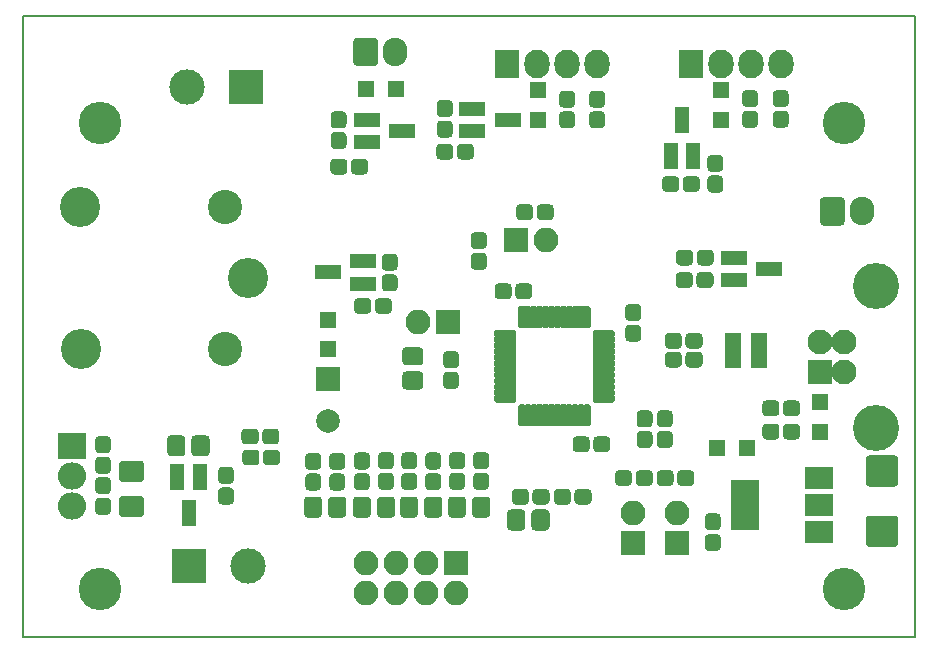
<source format=gbr>
G04 #@! TF.GenerationSoftware,KiCad,Pcbnew,5.1.6*
G04 #@! TF.CreationDate,2020-10-24T20:22:56+03:00*
G04 #@! TF.ProjectId,stm32,73746d33-322e-46b6-9963-61645f706362,rev?*
G04 #@! TF.SameCoordinates,Original*
G04 #@! TF.FileFunction,Soldermask,Top*
G04 #@! TF.FilePolarity,Negative*
%FSLAX46Y46*%
G04 Gerber Fmt 4.6, Leading zero omitted, Abs format (unit mm)*
G04 Created by KiCad (PCBNEW 5.1.6) date 2020-10-24 20:22:56*
%MOMM*%
%LPD*%
G01*
G04 APERTURE LIST*
G04 #@! TA.AperFunction,Profile*
%ADD10C,0.150000*%
G04 #@! TD*
%ADD11R,2.130000X2.430000*%
%ADD12O,2.130000X2.430000*%
%ADD13R,1.400000X1.400000*%
%ADD14R,3.000000X3.000000*%
%ADD15C,3.000000*%
%ADD16R,2.100000X2.100000*%
%ADD17O,2.100000X2.100000*%
%ADD18O,2.100000X2.400000*%
%ADD19C,3.400000*%
%ADD20C,2.900000*%
%ADD21C,2.100000*%
%ADD22C,3.900000*%
%ADD23C,3.600000*%
%ADD24R,1.200000X2.300000*%
%ADD25R,2.300000X1.200000*%
%ADD26R,2.400000X4.200000*%
%ADD27R,2.400000X1.900000*%
%ADD28R,2.400000X2.305000*%
%ADD29O,2.400000X2.305000*%
%ADD30R,1.460000X1.050000*%
%ADD31R,2.000000X2.000000*%
%ADD32C,2.000000*%
G04 APERTURE END LIST*
D10*
X38000000Y-104500000D02*
X38000000Y-52000000D01*
X113500000Y-104500000D02*
X38000000Y-104500000D01*
X113500000Y-52000000D02*
X113500000Y-104500000D01*
X38000000Y-52000000D02*
X113500000Y-52000000D01*
D11*
X94500000Y-56000000D03*
D12*
X97040000Y-56000000D03*
X99580000Y-56000000D03*
X102120000Y-56000000D03*
X86620000Y-56000000D03*
X84080000Y-56000000D03*
X81540000Y-56000000D03*
D11*
X79000000Y-56000000D03*
G36*
G01*
X62887500Y-90394000D02*
X62212500Y-90394000D01*
G75*
G02*
X61875000Y-90056500I0J337500D01*
G01*
X61875000Y-89281500D01*
G75*
G02*
X62212500Y-88944000I337500J0D01*
G01*
X62887500Y-88944000D01*
G75*
G02*
X63225000Y-89281500I0J-337500D01*
G01*
X63225000Y-90056500D01*
G75*
G02*
X62887500Y-90394000I-337500J0D01*
G01*
G37*
G36*
G01*
X62887500Y-92144000D02*
X62212500Y-92144000D01*
G75*
G02*
X61875000Y-91806500I0J337500D01*
G01*
X61875000Y-91031500D01*
G75*
G02*
X62212500Y-90694000I337500J0D01*
G01*
X62887500Y-90694000D01*
G75*
G02*
X63225000Y-91031500I0J-337500D01*
G01*
X63225000Y-91806500D01*
G75*
G02*
X62887500Y-92144000I-337500J0D01*
G01*
G37*
G36*
G01*
X67015000Y-92108500D02*
X66340000Y-92108500D01*
G75*
G02*
X66002500Y-91771000I0J337500D01*
G01*
X66002500Y-90996000D01*
G75*
G02*
X66340000Y-90658500I337500J0D01*
G01*
X67015000Y-90658500D01*
G75*
G02*
X67352500Y-90996000I0J-337500D01*
G01*
X67352500Y-91771000D01*
G75*
G02*
X67015000Y-92108500I-337500J0D01*
G01*
G37*
G36*
G01*
X67015000Y-90358500D02*
X66340000Y-90358500D01*
G75*
G02*
X66002500Y-90021000I0J337500D01*
G01*
X66002500Y-89246000D01*
G75*
G02*
X66340000Y-88908500I337500J0D01*
G01*
X67015000Y-88908500D01*
G75*
G02*
X67352500Y-89246000I0J-337500D01*
G01*
X67352500Y-90021000D01*
G75*
G02*
X67015000Y-90358500I-337500J0D01*
G01*
G37*
G36*
G01*
X44419500Y-89275500D02*
X45094500Y-89275500D01*
G75*
G02*
X45432000Y-89613000I0J-337500D01*
G01*
X45432000Y-90388000D01*
G75*
G02*
X45094500Y-90725500I-337500J0D01*
G01*
X44419500Y-90725500D01*
G75*
G02*
X44082000Y-90388000I0J337500D01*
G01*
X44082000Y-89613000D01*
G75*
G02*
X44419500Y-89275500I337500J0D01*
G01*
G37*
G36*
G01*
X44419500Y-87525500D02*
X45094500Y-87525500D01*
G75*
G02*
X45432000Y-87863000I0J-337500D01*
G01*
X45432000Y-88638000D01*
G75*
G02*
X45094500Y-88975500I-337500J0D01*
G01*
X44419500Y-88975500D01*
G75*
G02*
X44082000Y-88638000I0J337500D01*
G01*
X44082000Y-87863000D01*
G75*
G02*
X44419500Y-87525500I337500J0D01*
G01*
G37*
G36*
G01*
X71015500Y-90344500D02*
X70340500Y-90344500D01*
G75*
G02*
X70003000Y-90007000I0J337500D01*
G01*
X70003000Y-89232000D01*
G75*
G02*
X70340500Y-88894500I337500J0D01*
G01*
X71015500Y-88894500D01*
G75*
G02*
X71353000Y-89232000I0J-337500D01*
G01*
X71353000Y-90007000D01*
G75*
G02*
X71015500Y-90344500I-337500J0D01*
G01*
G37*
G36*
G01*
X71015500Y-92094500D02*
X70340500Y-92094500D01*
G75*
G02*
X70003000Y-91757000I0J337500D01*
G01*
X70003000Y-90982000D01*
G75*
G02*
X70340500Y-90644500I337500J0D01*
G01*
X71015500Y-90644500D01*
G75*
G02*
X71353000Y-90982000I0J-337500D01*
G01*
X71353000Y-91757000D01*
G75*
G02*
X71015500Y-92094500I-337500J0D01*
G01*
G37*
G36*
G01*
X75079500Y-92080500D02*
X74404500Y-92080500D01*
G75*
G02*
X74067000Y-91743000I0J337500D01*
G01*
X74067000Y-90968000D01*
G75*
G02*
X74404500Y-90630500I337500J0D01*
G01*
X75079500Y-90630500D01*
G75*
G02*
X75417000Y-90968000I0J-337500D01*
G01*
X75417000Y-91743000D01*
G75*
G02*
X75079500Y-92080500I-337500J0D01*
G01*
G37*
G36*
G01*
X75079500Y-90330500D02*
X74404500Y-90330500D01*
G75*
G02*
X74067000Y-89993000I0J337500D01*
G01*
X74067000Y-89218000D01*
G75*
G02*
X74404500Y-88880500I337500J0D01*
G01*
X75079500Y-88880500D01*
G75*
G02*
X75417000Y-89218000I0J-337500D01*
G01*
X75417000Y-89993000D01*
G75*
G02*
X75079500Y-90330500I-337500J0D01*
G01*
G37*
G36*
G01*
X96045000Y-95816000D02*
X96720000Y-95816000D01*
G75*
G02*
X97057500Y-96153500I0J-337500D01*
G01*
X97057500Y-96928500D01*
G75*
G02*
X96720000Y-97266000I-337500J0D01*
G01*
X96045000Y-97266000D01*
G75*
G02*
X95707500Y-96928500I0J337500D01*
G01*
X95707500Y-96153500D01*
G75*
G02*
X96045000Y-95816000I337500J0D01*
G01*
G37*
G36*
G01*
X96045000Y-94066000D02*
X96720000Y-94066000D01*
G75*
G02*
X97057500Y-94403500I0J-337500D01*
G01*
X97057500Y-95178500D01*
G75*
G02*
X96720000Y-95516000I-337500J0D01*
G01*
X96045000Y-95516000D01*
G75*
G02*
X95707500Y-95178500I0J337500D01*
G01*
X95707500Y-94403500D01*
G75*
G02*
X96045000Y-94066000I337500J0D01*
G01*
G37*
G36*
G01*
X109626944Y-89156000D02*
X111788056Y-89156000D01*
G75*
G02*
X112082500Y-89450444I0J-294444D01*
G01*
X112082500Y-91511556D01*
G75*
G02*
X111788056Y-91806000I-294444J0D01*
G01*
X109626944Y-91806000D01*
G75*
G02*
X109332500Y-91511556I0J294444D01*
G01*
X109332500Y-89450444D01*
G75*
G02*
X109626944Y-89156000I294444J0D01*
G01*
G37*
G36*
G01*
X109626944Y-94256000D02*
X111788056Y-94256000D01*
G75*
G02*
X112082500Y-94550444I0J-294444D01*
G01*
X112082500Y-96611556D01*
G75*
G02*
X111788056Y-96906000I-294444J0D01*
G01*
X109626944Y-96906000D01*
G75*
G02*
X109332500Y-96611556I0J294444D01*
G01*
X109332500Y-94550444D01*
G75*
G02*
X109626944Y-94256000I294444J0D01*
G01*
G37*
G36*
G01*
X45094500Y-92440000D02*
X44419500Y-92440000D01*
G75*
G02*
X44082000Y-92102500I0J337500D01*
G01*
X44082000Y-91327500D01*
G75*
G02*
X44419500Y-90990000I337500J0D01*
G01*
X45094500Y-90990000D01*
G75*
G02*
X45432000Y-91327500I0J-337500D01*
G01*
X45432000Y-92102500D01*
G75*
G02*
X45094500Y-92440000I-337500J0D01*
G01*
G37*
G36*
G01*
X45094500Y-94190000D02*
X44419500Y-94190000D01*
G75*
G02*
X44082000Y-93852500I0J337500D01*
G01*
X44082000Y-93077500D01*
G75*
G02*
X44419500Y-92740000I337500J0D01*
G01*
X45094500Y-92740000D01*
G75*
G02*
X45432000Y-93077500I0J-337500D01*
G01*
X45432000Y-93852500D01*
G75*
G02*
X45094500Y-94190000I-337500J0D01*
G01*
G37*
G36*
G01*
X47924824Y-94405500D02*
X46415176Y-94405500D01*
G75*
G02*
X46095000Y-94085324I0J320176D01*
G01*
X46095000Y-92900676D01*
G75*
G02*
X46415176Y-92580500I320176J0D01*
G01*
X47924824Y-92580500D01*
G75*
G02*
X48245000Y-92900676I0J-320176D01*
G01*
X48245000Y-94085324D01*
G75*
G02*
X47924824Y-94405500I-320176J0D01*
G01*
G37*
G36*
G01*
X47924824Y-91430500D02*
X46415176Y-91430500D01*
G75*
G02*
X46095000Y-91110324I0J320176D01*
G01*
X46095000Y-89925676D01*
G75*
G02*
X46415176Y-89605500I320176J0D01*
G01*
X47924824Y-89605500D01*
G75*
G02*
X48245000Y-89925676I0J-320176D01*
G01*
X48245000Y-91110324D01*
G75*
G02*
X47924824Y-91430500I-320176J0D01*
G01*
G37*
G36*
G01*
X89551000Y-90742500D02*
X89551000Y-91417500D01*
G75*
G02*
X89213500Y-91755000I-337500J0D01*
G01*
X88438500Y-91755000D01*
G75*
G02*
X88101000Y-91417500I0J337500D01*
G01*
X88101000Y-90742500D01*
G75*
G02*
X88438500Y-90405000I337500J0D01*
G01*
X89213500Y-90405000D01*
G75*
G02*
X89551000Y-90742500I0J-337500D01*
G01*
G37*
G36*
G01*
X91301000Y-90742500D02*
X91301000Y-91417500D01*
G75*
G02*
X90963500Y-91755000I-337500J0D01*
G01*
X90188500Y-91755000D01*
G75*
G02*
X89851000Y-91417500I0J337500D01*
G01*
X89851000Y-90742500D01*
G75*
G02*
X90188500Y-90405000I337500J0D01*
G01*
X90963500Y-90405000D01*
G75*
G02*
X91301000Y-90742500I0J-337500D01*
G01*
G37*
G36*
G01*
X91621500Y-91417500D02*
X91621500Y-90742500D01*
G75*
G02*
X91959000Y-90405000I337500J0D01*
G01*
X92734000Y-90405000D01*
G75*
G02*
X93071500Y-90742500I0J-337500D01*
G01*
X93071500Y-91417500D01*
G75*
G02*
X92734000Y-91755000I-337500J0D01*
G01*
X91959000Y-91755000D01*
G75*
G02*
X91621500Y-91417500I0J337500D01*
G01*
G37*
G36*
G01*
X93371500Y-91417500D02*
X93371500Y-90742500D01*
G75*
G02*
X93709000Y-90405000I337500J0D01*
G01*
X94484000Y-90405000D01*
G75*
G02*
X94821500Y-90742500I0J-337500D01*
G01*
X94821500Y-91417500D01*
G75*
G02*
X94484000Y-91755000I-337500J0D01*
G01*
X93709000Y-91755000D01*
G75*
G02*
X93371500Y-91417500I0J337500D01*
G01*
G37*
G36*
G01*
X84509500Y-88560000D02*
X84509500Y-87885000D01*
G75*
G02*
X84847000Y-87547500I337500J0D01*
G01*
X85622000Y-87547500D01*
G75*
G02*
X85959500Y-87885000I0J-337500D01*
G01*
X85959500Y-88560000D01*
G75*
G02*
X85622000Y-88897500I-337500J0D01*
G01*
X84847000Y-88897500D01*
G75*
G02*
X84509500Y-88560000I0J337500D01*
G01*
G37*
G36*
G01*
X86259500Y-88560000D02*
X86259500Y-87885000D01*
G75*
G02*
X86597000Y-87547500I337500J0D01*
G01*
X87372000Y-87547500D01*
G75*
G02*
X87709500Y-87885000I0J-337500D01*
G01*
X87709500Y-88560000D01*
G75*
G02*
X87372000Y-88897500I-337500J0D01*
G01*
X86597000Y-88897500D01*
G75*
G02*
X86259500Y-88560000I0J337500D01*
G01*
G37*
G36*
G01*
X79366000Y-93005000D02*
X79366000Y-92330000D01*
G75*
G02*
X79703500Y-91992500I337500J0D01*
G01*
X80478500Y-91992500D01*
G75*
G02*
X80816000Y-92330000I0J-337500D01*
G01*
X80816000Y-93005000D01*
G75*
G02*
X80478500Y-93342500I-337500J0D01*
G01*
X79703500Y-93342500D01*
G75*
G02*
X79366000Y-93005000I0J337500D01*
G01*
G37*
G36*
G01*
X81116000Y-93005000D02*
X81116000Y-92330000D01*
G75*
G02*
X81453500Y-91992500I337500J0D01*
G01*
X82228500Y-91992500D01*
G75*
G02*
X82566000Y-92330000I0J-337500D01*
G01*
X82566000Y-93005000D01*
G75*
G02*
X82228500Y-93342500I-337500J0D01*
G01*
X81453500Y-93342500D01*
G75*
G02*
X81116000Y-93005000I0J337500D01*
G01*
G37*
G36*
G01*
X89989000Y-79535500D02*
X89314000Y-79535500D01*
G75*
G02*
X88976500Y-79198000I0J337500D01*
G01*
X88976500Y-78423000D01*
G75*
G02*
X89314000Y-78085500I337500J0D01*
G01*
X89989000Y-78085500D01*
G75*
G02*
X90326500Y-78423000I0J-337500D01*
G01*
X90326500Y-79198000D01*
G75*
G02*
X89989000Y-79535500I-337500J0D01*
G01*
G37*
G36*
G01*
X89989000Y-77785500D02*
X89314000Y-77785500D01*
G75*
G02*
X88976500Y-77448000I0J337500D01*
G01*
X88976500Y-76673000D01*
G75*
G02*
X89314000Y-76335500I337500J0D01*
G01*
X89989000Y-76335500D01*
G75*
G02*
X90326500Y-76673000I0J-337500D01*
G01*
X90326500Y-77448000D01*
G75*
G02*
X89989000Y-77785500I-337500J0D01*
G01*
G37*
G36*
G01*
X82922000Y-93005000D02*
X82922000Y-92330000D01*
G75*
G02*
X83259500Y-91992500I337500J0D01*
G01*
X84034500Y-91992500D01*
G75*
G02*
X84372000Y-92330000I0J-337500D01*
G01*
X84372000Y-93005000D01*
G75*
G02*
X84034500Y-93342500I-337500J0D01*
G01*
X83259500Y-93342500D01*
G75*
G02*
X82922000Y-93005000I0J337500D01*
G01*
G37*
G36*
G01*
X84672000Y-93005000D02*
X84672000Y-92330000D01*
G75*
G02*
X85009500Y-91992500I337500J0D01*
G01*
X85784500Y-91992500D01*
G75*
G02*
X86122000Y-92330000I0J-337500D01*
G01*
X86122000Y-93005000D01*
G75*
G02*
X85784500Y-93342500I-337500J0D01*
G01*
X85009500Y-93342500D01*
G75*
G02*
X84672000Y-93005000I0J337500D01*
G01*
G37*
G36*
G01*
X79355500Y-74931000D02*
X79355500Y-75606000D01*
G75*
G02*
X79018000Y-75943500I-337500J0D01*
G01*
X78243000Y-75943500D01*
G75*
G02*
X77905500Y-75606000I0J337500D01*
G01*
X77905500Y-74931000D01*
G75*
G02*
X78243000Y-74593500I337500J0D01*
G01*
X79018000Y-74593500D01*
G75*
G02*
X79355500Y-74931000I0J-337500D01*
G01*
G37*
G36*
G01*
X81105500Y-74931000D02*
X81105500Y-75606000D01*
G75*
G02*
X80768000Y-75943500I-337500J0D01*
G01*
X79993000Y-75943500D01*
G75*
G02*
X79655500Y-75606000I0J337500D01*
G01*
X79655500Y-74931000D01*
G75*
G02*
X79993000Y-74593500I337500J0D01*
G01*
X80768000Y-74593500D01*
G75*
G02*
X81105500Y-74931000I0J-337500D01*
G01*
G37*
G36*
G01*
X74558500Y-83536000D02*
X73883500Y-83536000D01*
G75*
G02*
X73546000Y-83198500I0J337500D01*
G01*
X73546000Y-82423500D01*
G75*
G02*
X73883500Y-82086000I337500J0D01*
G01*
X74558500Y-82086000D01*
G75*
G02*
X74896000Y-82423500I0J-337500D01*
G01*
X74896000Y-83198500D01*
G75*
G02*
X74558500Y-83536000I-337500J0D01*
G01*
G37*
G36*
G01*
X74558500Y-81786000D02*
X73883500Y-81786000D01*
G75*
G02*
X73546000Y-81448500I0J337500D01*
G01*
X73546000Y-80673500D01*
G75*
G02*
X73883500Y-80336000I337500J0D01*
G01*
X74558500Y-80336000D01*
G75*
G02*
X74896000Y-80673500I0J-337500D01*
G01*
X74896000Y-81448500D01*
G75*
G02*
X74558500Y-81786000I-337500J0D01*
G01*
G37*
D13*
X99280640Y-88540000D03*
X96780640Y-88540000D03*
X105463000Y-87143000D03*
X105463000Y-84643000D03*
G36*
G01*
X50187000Y-88912544D02*
X50187000Y-87786456D01*
G75*
G02*
X50523956Y-87449500I336956J0D01*
G01*
X51400044Y-87449500D01*
G75*
G02*
X51737000Y-87786456I0J-336956D01*
G01*
X51737000Y-88912544D01*
G75*
G02*
X51400044Y-89249500I-336956J0D01*
G01*
X50523956Y-89249500D01*
G75*
G02*
X50187000Y-88912544I0J336956D01*
G01*
G37*
G36*
G01*
X52237000Y-88912544D02*
X52237000Y-87786456D01*
G75*
G02*
X52573956Y-87449500I336956J0D01*
G01*
X53450044Y-87449500D01*
G75*
G02*
X53787000Y-87786456I0J-336956D01*
G01*
X53787000Y-88912544D01*
G75*
G02*
X53450044Y-89249500I-336956J0D01*
G01*
X52573956Y-89249500D01*
G75*
G02*
X52237000Y-88912544I0J336956D01*
G01*
G37*
X81561600Y-58252400D03*
X81561600Y-60752400D03*
X97055600Y-60752400D03*
X97055600Y-58252400D03*
X69522000Y-58123500D03*
X67022000Y-58123500D03*
G36*
G01*
X81011500Y-95199044D02*
X81011500Y-94072956D01*
G75*
G02*
X81348456Y-93736000I336956J0D01*
G01*
X82224544Y-93736000D01*
G75*
G02*
X82561500Y-94072956I0J-336956D01*
G01*
X82561500Y-95199044D01*
G75*
G02*
X82224544Y-95536000I-336956J0D01*
G01*
X81348456Y-95536000D01*
G75*
G02*
X81011500Y-95199044I0J336956D01*
G01*
G37*
G36*
G01*
X78961500Y-95199044D02*
X78961500Y-94072956D01*
G75*
G02*
X79298456Y-93736000I336956J0D01*
G01*
X80174544Y-93736000D01*
G75*
G02*
X80511500Y-94072956I0J-336956D01*
G01*
X80511500Y-95199044D01*
G75*
G02*
X80174544Y-95536000I-336956J0D01*
G01*
X79298456Y-95536000D01*
G75*
G02*
X78961500Y-95199044I0J336956D01*
G01*
G37*
X63781000Y-80174000D03*
X63781000Y-77674000D03*
D14*
X52000000Y-98500000D03*
D15*
X57000000Y-98500000D03*
D16*
X74602000Y-98255500D03*
D17*
X74602000Y-100795500D03*
X72062000Y-98255500D03*
X72062000Y-100795500D03*
X69522000Y-98255500D03*
X69522000Y-100795500D03*
X66982000Y-98255500D03*
X66982000Y-100795500D03*
D18*
X109000000Y-68500000D03*
G36*
G01*
X105450000Y-69391177D02*
X105450000Y-67608823D01*
G75*
G02*
X105758823Y-67300000I308823J0D01*
G01*
X107241177Y-67300000D01*
G75*
G02*
X107550000Y-67608823I0J-308823D01*
G01*
X107550000Y-69391177D01*
G75*
G02*
X107241177Y-69700000I-308823J0D01*
G01*
X105758823Y-69700000D01*
G75*
G02*
X105450000Y-69391177I0J308823D01*
G01*
G37*
G36*
G01*
X65950000Y-55891177D02*
X65950000Y-54108823D01*
G75*
G02*
X66258823Y-53800000I308823J0D01*
G01*
X67741177Y-53800000D01*
G75*
G02*
X68050000Y-54108823I0J-308823D01*
G01*
X68050000Y-55891177D01*
G75*
G02*
X67741177Y-56200000I-308823J0D01*
G01*
X66258823Y-56200000D01*
G75*
G02*
X65950000Y-55891177I0J308823D01*
G01*
G37*
X69500000Y-55000000D03*
D14*
X56885500Y-58000000D03*
D15*
X51885500Y-58000000D03*
D19*
X57025200Y-74107720D03*
D20*
X55075200Y-68157720D03*
D19*
X42825200Y-68107720D03*
X42875200Y-80157720D03*
D20*
X55075200Y-80157720D03*
G36*
G01*
X70419456Y-80000000D02*
X71545544Y-80000000D01*
G75*
G02*
X71882500Y-80336956I0J-336956D01*
G01*
X71882500Y-81213044D01*
G75*
G02*
X71545544Y-81550000I-336956J0D01*
G01*
X70419456Y-81550000D01*
G75*
G02*
X70082500Y-81213044I0J336956D01*
G01*
X70082500Y-80336956D01*
G75*
G02*
X70419456Y-80000000I336956J0D01*
G01*
G37*
G36*
G01*
X70419456Y-82050000D02*
X71545544Y-82050000D01*
G75*
G02*
X71882500Y-82386956I0J-336956D01*
G01*
X71882500Y-83263044D01*
G75*
G02*
X71545544Y-83600000I-336956J0D01*
G01*
X70419456Y-83600000D01*
G75*
G02*
X70082500Y-83263044I0J336956D01*
G01*
X70082500Y-82386956D01*
G75*
G02*
X70419456Y-82050000I336956J0D01*
G01*
G37*
D16*
X105463000Y-82063000D03*
D21*
X105463000Y-79563000D03*
X107463000Y-79563000D03*
X107463000Y-82063000D03*
D22*
X110173000Y-86833000D03*
X110173000Y-74793000D03*
D23*
X44500000Y-100500000D03*
X107500000Y-61000000D03*
X44500000Y-61000000D03*
X107500000Y-100500000D03*
D24*
X52950000Y-91000000D03*
X51050000Y-91000000D03*
X52000000Y-94000000D03*
D25*
X79021600Y-60752400D03*
X76021600Y-61702400D03*
X76021600Y-59802400D03*
D24*
X92802200Y-63793240D03*
X94702200Y-63793240D03*
X93752200Y-60793240D03*
D25*
X101145000Y-73363500D03*
X98145000Y-74313500D03*
X98145000Y-72413500D03*
X67080800Y-60767600D03*
X67080800Y-62667600D03*
X70080800Y-61717600D03*
X66772840Y-74624280D03*
X66772840Y-72724280D03*
X63772840Y-73674280D03*
G36*
G01*
X54833500Y-90129000D02*
X55508500Y-90129000D01*
G75*
G02*
X55846000Y-90466500I0J-337500D01*
G01*
X55846000Y-91241500D01*
G75*
G02*
X55508500Y-91579000I-337500J0D01*
G01*
X54833500Y-91579000D01*
G75*
G02*
X54496000Y-91241500I0J337500D01*
G01*
X54496000Y-90466500D01*
G75*
G02*
X54833500Y-90129000I337500J0D01*
G01*
G37*
G36*
G01*
X54833500Y-91879000D02*
X55508500Y-91879000D01*
G75*
G02*
X55846000Y-92216500I0J-337500D01*
G01*
X55846000Y-92991500D01*
G75*
G02*
X55508500Y-93329000I-337500J0D01*
G01*
X54833500Y-93329000D01*
G75*
G02*
X54496000Y-92991500I0J337500D01*
G01*
X54496000Y-92216500D01*
G75*
G02*
X54833500Y-91879000I337500J0D01*
G01*
G37*
G36*
G01*
X64919500Y-90394000D02*
X64244500Y-90394000D01*
G75*
G02*
X63907000Y-90056500I0J337500D01*
G01*
X63907000Y-89281500D01*
G75*
G02*
X64244500Y-88944000I337500J0D01*
G01*
X64919500Y-88944000D01*
G75*
G02*
X65257000Y-89281500I0J-337500D01*
G01*
X65257000Y-90056500D01*
G75*
G02*
X64919500Y-90394000I-337500J0D01*
G01*
G37*
G36*
G01*
X64919500Y-92144000D02*
X64244500Y-92144000D01*
G75*
G02*
X63907000Y-91806500I0J337500D01*
G01*
X63907000Y-91031500D01*
G75*
G02*
X64244500Y-90694000I337500J0D01*
G01*
X64919500Y-90694000D01*
G75*
G02*
X65257000Y-91031500I0J-337500D01*
G01*
X65257000Y-91806500D01*
G75*
G02*
X64919500Y-92144000I-337500J0D01*
G01*
G37*
G36*
G01*
X61757000Y-94105544D02*
X61757000Y-92979456D01*
G75*
G02*
X62093956Y-92642500I336956J0D01*
G01*
X62970044Y-92642500D01*
G75*
G02*
X63307000Y-92979456I0J-336956D01*
G01*
X63307000Y-94105544D01*
G75*
G02*
X62970044Y-94442500I-336956J0D01*
G01*
X62093956Y-94442500D01*
G75*
G02*
X61757000Y-94105544I0J336956D01*
G01*
G37*
G36*
G01*
X63807000Y-94105544D02*
X63807000Y-92979456D01*
G75*
G02*
X64143956Y-92642500I336956J0D01*
G01*
X65020044Y-92642500D01*
G75*
G02*
X65357000Y-92979456I0J-336956D01*
G01*
X65357000Y-94105544D01*
G75*
G02*
X65020044Y-94442500I-336956J0D01*
G01*
X64143956Y-94442500D01*
G75*
G02*
X63807000Y-94105544I0J336956D01*
G01*
G37*
G36*
G01*
X69047000Y-92080500D02*
X68372000Y-92080500D01*
G75*
G02*
X68034500Y-91743000I0J337500D01*
G01*
X68034500Y-90968000D01*
G75*
G02*
X68372000Y-90630500I337500J0D01*
G01*
X69047000Y-90630500D01*
G75*
G02*
X69384500Y-90968000I0J-337500D01*
G01*
X69384500Y-91743000D01*
G75*
G02*
X69047000Y-92080500I-337500J0D01*
G01*
G37*
G36*
G01*
X69047000Y-90330500D02*
X68372000Y-90330500D01*
G75*
G02*
X68034500Y-89993000I0J337500D01*
G01*
X68034500Y-89218000D01*
G75*
G02*
X68372000Y-88880500I337500J0D01*
G01*
X69047000Y-88880500D01*
G75*
G02*
X69384500Y-89218000I0J-337500D01*
G01*
X69384500Y-89993000D01*
G75*
G02*
X69047000Y-90330500I-337500J0D01*
G01*
G37*
G36*
G01*
X67952500Y-94105544D02*
X67952500Y-92979456D01*
G75*
G02*
X68289456Y-92642500I336956J0D01*
G01*
X69165544Y-92642500D01*
G75*
G02*
X69502500Y-92979456I0J-336956D01*
G01*
X69502500Y-94105544D01*
G75*
G02*
X69165544Y-94442500I-336956J0D01*
G01*
X68289456Y-94442500D01*
G75*
G02*
X67952500Y-94105544I0J336956D01*
G01*
G37*
G36*
G01*
X65902500Y-94105544D02*
X65902500Y-92979456D01*
G75*
G02*
X66239456Y-92642500I336956J0D01*
G01*
X67115544Y-92642500D01*
G75*
G02*
X67452500Y-92979456I0J-336956D01*
G01*
X67452500Y-94105544D01*
G75*
G02*
X67115544Y-94442500I-336956J0D01*
G01*
X66239456Y-94442500D01*
G75*
G02*
X65902500Y-94105544I0J336956D01*
G01*
G37*
G36*
G01*
X73047500Y-92108500D02*
X72372500Y-92108500D01*
G75*
G02*
X72035000Y-91771000I0J337500D01*
G01*
X72035000Y-90996000D01*
G75*
G02*
X72372500Y-90658500I337500J0D01*
G01*
X73047500Y-90658500D01*
G75*
G02*
X73385000Y-90996000I0J-337500D01*
G01*
X73385000Y-91771000D01*
G75*
G02*
X73047500Y-92108500I-337500J0D01*
G01*
G37*
G36*
G01*
X73047500Y-90358500D02*
X72372500Y-90358500D01*
G75*
G02*
X72035000Y-90021000I0J337500D01*
G01*
X72035000Y-89246000D01*
G75*
G02*
X72372500Y-88908500I337500J0D01*
G01*
X73047500Y-88908500D01*
G75*
G02*
X73385000Y-89246000I0J-337500D01*
G01*
X73385000Y-90021000D01*
G75*
G02*
X73047500Y-90358500I-337500J0D01*
G01*
G37*
G36*
G01*
X69885000Y-94105544D02*
X69885000Y-92979456D01*
G75*
G02*
X70221956Y-92642500I336956J0D01*
G01*
X71098044Y-92642500D01*
G75*
G02*
X71435000Y-92979456I0J-336956D01*
G01*
X71435000Y-94105544D01*
G75*
G02*
X71098044Y-94442500I-336956J0D01*
G01*
X70221956Y-94442500D01*
G75*
G02*
X69885000Y-94105544I0J336956D01*
G01*
G37*
G36*
G01*
X71935000Y-94105544D02*
X71935000Y-92979456D01*
G75*
G02*
X72271956Y-92642500I336956J0D01*
G01*
X73148044Y-92642500D01*
G75*
G02*
X73485000Y-92979456I0J-336956D01*
G01*
X73485000Y-94105544D01*
G75*
G02*
X73148044Y-94442500I-336956J0D01*
G01*
X72271956Y-94442500D01*
G75*
G02*
X71935000Y-94105544I0J336956D01*
G01*
G37*
G36*
G01*
X77111500Y-92080500D02*
X76436500Y-92080500D01*
G75*
G02*
X76099000Y-91743000I0J337500D01*
G01*
X76099000Y-90968000D01*
G75*
G02*
X76436500Y-90630500I337500J0D01*
G01*
X77111500Y-90630500D01*
G75*
G02*
X77449000Y-90968000I0J-337500D01*
G01*
X77449000Y-91743000D01*
G75*
G02*
X77111500Y-92080500I-337500J0D01*
G01*
G37*
G36*
G01*
X77111500Y-90330500D02*
X76436500Y-90330500D01*
G75*
G02*
X76099000Y-89993000I0J337500D01*
G01*
X76099000Y-89218000D01*
G75*
G02*
X76436500Y-88880500I337500J0D01*
G01*
X77111500Y-88880500D01*
G75*
G02*
X77449000Y-89218000I0J-337500D01*
G01*
X77449000Y-89993000D01*
G75*
G02*
X77111500Y-90330500I-337500J0D01*
G01*
G37*
G36*
G01*
X73949000Y-94105544D02*
X73949000Y-92979456D01*
G75*
G02*
X74285956Y-92642500I336956J0D01*
G01*
X75162044Y-92642500D01*
G75*
G02*
X75499000Y-92979456I0J-336956D01*
G01*
X75499000Y-94105544D01*
G75*
G02*
X75162044Y-94442500I-336956J0D01*
G01*
X74285956Y-94442500D01*
G75*
G02*
X73949000Y-94105544I0J336956D01*
G01*
G37*
G36*
G01*
X75999000Y-94105544D02*
X75999000Y-92979456D01*
G75*
G02*
X76335956Y-92642500I336956J0D01*
G01*
X77212044Y-92642500D01*
G75*
G02*
X77549000Y-92979456I0J-336956D01*
G01*
X77549000Y-94105544D01*
G75*
G02*
X77212044Y-94442500I-336956J0D01*
G01*
X76335956Y-94442500D01*
G75*
G02*
X75999000Y-94105544I0J336956D01*
G01*
G37*
G36*
G01*
X73350100Y-59062200D02*
X74025100Y-59062200D01*
G75*
G02*
X74362600Y-59399700I0J-337500D01*
G01*
X74362600Y-60174700D01*
G75*
G02*
X74025100Y-60512200I-337500J0D01*
G01*
X73350100Y-60512200D01*
G75*
G02*
X73012600Y-60174700I0J337500D01*
G01*
X73012600Y-59399700D01*
G75*
G02*
X73350100Y-59062200I337500J0D01*
G01*
G37*
G36*
G01*
X73350100Y-60812200D02*
X74025100Y-60812200D01*
G75*
G02*
X74362600Y-61149700I0J-337500D01*
G01*
X74362600Y-61924700D01*
G75*
G02*
X74025100Y-62262200I-337500J0D01*
G01*
X73350100Y-62262200D01*
G75*
G02*
X73012600Y-61924700I0J337500D01*
G01*
X73012600Y-61149700D01*
G75*
G02*
X73350100Y-60812200I337500J0D01*
G01*
G37*
G36*
G01*
X92091400Y-66525500D02*
X92091400Y-65850500D01*
G75*
G02*
X92428900Y-65513000I337500J0D01*
G01*
X93203900Y-65513000D01*
G75*
G02*
X93541400Y-65850500I0J-337500D01*
G01*
X93541400Y-66525500D01*
G75*
G02*
X93203900Y-66863000I-337500J0D01*
G01*
X92428900Y-66863000D01*
G75*
G02*
X92091400Y-66525500I0J337500D01*
G01*
G37*
G36*
G01*
X93841400Y-66525500D02*
X93841400Y-65850500D01*
G75*
G02*
X94178900Y-65513000I337500J0D01*
G01*
X94953900Y-65513000D01*
G75*
G02*
X95291400Y-65850500I0J-337500D01*
G01*
X95291400Y-66525500D01*
G75*
G02*
X94953900Y-66863000I-337500J0D01*
G01*
X94178900Y-66863000D01*
G75*
G02*
X93841400Y-66525500I0J337500D01*
G01*
G37*
G36*
G01*
X94722500Y-72073500D02*
X94722500Y-72748500D01*
G75*
G02*
X94385000Y-73086000I-337500J0D01*
G01*
X93610000Y-73086000D01*
G75*
G02*
X93272500Y-72748500I0J337500D01*
G01*
X93272500Y-72073500D01*
G75*
G02*
X93610000Y-71736000I337500J0D01*
G01*
X94385000Y-71736000D01*
G75*
G02*
X94722500Y-72073500I0J-337500D01*
G01*
G37*
G36*
G01*
X96472500Y-72073500D02*
X96472500Y-72748500D01*
G75*
G02*
X96135000Y-73086000I-337500J0D01*
G01*
X95360000Y-73086000D01*
G75*
G02*
X95022500Y-72748500I0J337500D01*
G01*
X95022500Y-72073500D01*
G75*
G02*
X95360000Y-71736000I337500J0D01*
G01*
X96135000Y-71736000D01*
G75*
G02*
X96472500Y-72073500I0J-337500D01*
G01*
G37*
G36*
G01*
X74412600Y-63107300D02*
X74412600Y-63782300D01*
G75*
G02*
X74075100Y-64119800I-337500J0D01*
G01*
X73300100Y-64119800D01*
G75*
G02*
X72962600Y-63782300I0J337500D01*
G01*
X72962600Y-63107300D01*
G75*
G02*
X73300100Y-62769800I337500J0D01*
G01*
X74075100Y-62769800D01*
G75*
G02*
X74412600Y-63107300I0J-337500D01*
G01*
G37*
G36*
G01*
X76162600Y-63107300D02*
X76162600Y-63782300D01*
G75*
G02*
X75825100Y-64119800I-337500J0D01*
G01*
X75050100Y-64119800D01*
G75*
G02*
X74712600Y-63782300I0J337500D01*
G01*
X74712600Y-63107300D01*
G75*
G02*
X75050100Y-62769800I337500J0D01*
G01*
X75825100Y-62769800D01*
G75*
G02*
X76162600Y-63107300I0J-337500D01*
G01*
G37*
G36*
G01*
X96260900Y-65463000D02*
X96935900Y-65463000D01*
G75*
G02*
X97273400Y-65800500I0J-337500D01*
G01*
X97273400Y-66575500D01*
G75*
G02*
X96935900Y-66913000I-337500J0D01*
G01*
X96260900Y-66913000D01*
G75*
G02*
X95923400Y-66575500I0J337500D01*
G01*
X95923400Y-65800500D01*
G75*
G02*
X96260900Y-65463000I337500J0D01*
G01*
G37*
G36*
G01*
X96260900Y-63713000D02*
X96935900Y-63713000D01*
G75*
G02*
X97273400Y-64050500I0J-337500D01*
G01*
X97273400Y-64825500D01*
G75*
G02*
X96935900Y-65163000I-337500J0D01*
G01*
X96260900Y-65163000D01*
G75*
G02*
X95923400Y-64825500I0J337500D01*
G01*
X95923400Y-64050500D01*
G75*
G02*
X96260900Y-63713000I337500J0D01*
G01*
G37*
G36*
G01*
X64358500Y-61777400D02*
X65033500Y-61777400D01*
G75*
G02*
X65371000Y-62114900I0J-337500D01*
G01*
X65371000Y-62889900D01*
G75*
G02*
X65033500Y-63227400I-337500J0D01*
G01*
X64358500Y-63227400D01*
G75*
G02*
X64021000Y-62889900I0J337500D01*
G01*
X64021000Y-62114900D01*
G75*
G02*
X64358500Y-61777400I337500J0D01*
G01*
G37*
G36*
G01*
X64358500Y-60027400D02*
X65033500Y-60027400D01*
G75*
G02*
X65371000Y-60364900I0J-337500D01*
G01*
X65371000Y-61139900D01*
G75*
G02*
X65033500Y-61477400I-337500J0D01*
G01*
X64358500Y-61477400D01*
G75*
G02*
X64021000Y-61139900I0J337500D01*
G01*
X64021000Y-60364900D01*
G75*
G02*
X64358500Y-60027400I337500J0D01*
G01*
G37*
G36*
G01*
X96444500Y-73978500D02*
X96444500Y-74653500D01*
G75*
G02*
X96107000Y-74991000I-337500J0D01*
G01*
X95332000Y-74991000D01*
G75*
G02*
X94994500Y-74653500I0J337500D01*
G01*
X94994500Y-73978500D01*
G75*
G02*
X95332000Y-73641000I337500J0D01*
G01*
X96107000Y-73641000D01*
G75*
G02*
X96444500Y-73978500I0J-337500D01*
G01*
G37*
G36*
G01*
X94694500Y-73978500D02*
X94694500Y-74653500D01*
G75*
G02*
X94357000Y-74991000I-337500J0D01*
G01*
X93582000Y-74991000D01*
G75*
G02*
X93244500Y-74653500I0J337500D01*
G01*
X93244500Y-73978500D01*
G75*
G02*
X93582000Y-73641000I337500J0D01*
G01*
X94357000Y-73641000D01*
G75*
G02*
X94694500Y-73978500I0J-337500D01*
G01*
G37*
G36*
G01*
X67199000Y-64377300D02*
X67199000Y-65052300D01*
G75*
G02*
X66861500Y-65389800I-337500J0D01*
G01*
X66086500Y-65389800D01*
G75*
G02*
X65749000Y-65052300I0J337500D01*
G01*
X65749000Y-64377300D01*
G75*
G02*
X66086500Y-64039800I337500J0D01*
G01*
X66861500Y-64039800D01*
G75*
G02*
X67199000Y-64377300I0J-337500D01*
G01*
G37*
G36*
G01*
X65449000Y-64377300D02*
X65449000Y-65052300D01*
G75*
G02*
X65111500Y-65389800I-337500J0D01*
G01*
X64336500Y-65389800D01*
G75*
G02*
X63999000Y-65052300I0J337500D01*
G01*
X63999000Y-64377300D01*
G75*
G02*
X64336500Y-64039800I337500J0D01*
G01*
X65111500Y-64039800D01*
G75*
G02*
X65449000Y-64377300I0J-337500D01*
G01*
G37*
G36*
G01*
X84388300Y-59727400D02*
X83713300Y-59727400D01*
G75*
G02*
X83375800Y-59389900I0J337500D01*
G01*
X83375800Y-58614900D01*
G75*
G02*
X83713300Y-58277400I337500J0D01*
G01*
X84388300Y-58277400D01*
G75*
G02*
X84725800Y-58614900I0J-337500D01*
G01*
X84725800Y-59389900D01*
G75*
G02*
X84388300Y-59727400I-337500J0D01*
G01*
G37*
G36*
G01*
X84388300Y-61477400D02*
X83713300Y-61477400D01*
G75*
G02*
X83375800Y-61139900I0J337500D01*
G01*
X83375800Y-60364900D01*
G75*
G02*
X83713300Y-60027400I337500J0D01*
G01*
X84388300Y-60027400D01*
G75*
G02*
X84725800Y-60364900I0J-337500D01*
G01*
X84725800Y-61139900D01*
G75*
G02*
X84388300Y-61477400I-337500J0D01*
G01*
G37*
G36*
G01*
X99882300Y-59676600D02*
X99207300Y-59676600D01*
G75*
G02*
X98869800Y-59339100I0J337500D01*
G01*
X98869800Y-58564100D01*
G75*
G02*
X99207300Y-58226600I337500J0D01*
G01*
X99882300Y-58226600D01*
G75*
G02*
X100219800Y-58564100I0J-337500D01*
G01*
X100219800Y-59339100D01*
G75*
G02*
X99882300Y-59676600I-337500J0D01*
G01*
G37*
G36*
G01*
X99882300Y-61426600D02*
X99207300Y-61426600D01*
G75*
G02*
X98869800Y-61089100I0J337500D01*
G01*
X98869800Y-60314100D01*
G75*
G02*
X99207300Y-59976600I337500J0D01*
G01*
X99882300Y-59976600D01*
G75*
G02*
X100219800Y-60314100I0J-337500D01*
G01*
X100219800Y-61089100D01*
G75*
G02*
X99882300Y-61426600I-337500J0D01*
G01*
G37*
G36*
G01*
X86928300Y-61477400D02*
X86253300Y-61477400D01*
G75*
G02*
X85915800Y-61139900I0J337500D01*
G01*
X85915800Y-60364900D01*
G75*
G02*
X86253300Y-60027400I337500J0D01*
G01*
X86928300Y-60027400D01*
G75*
G02*
X87265800Y-60364900I0J-337500D01*
G01*
X87265800Y-61139900D01*
G75*
G02*
X86928300Y-61477400I-337500J0D01*
G01*
G37*
G36*
G01*
X86928300Y-59727400D02*
X86253300Y-59727400D01*
G75*
G02*
X85915800Y-59389900I0J337500D01*
G01*
X85915800Y-58614900D01*
G75*
G02*
X86253300Y-58277400I337500J0D01*
G01*
X86928300Y-58277400D01*
G75*
G02*
X87265800Y-58614900I0J-337500D01*
G01*
X87265800Y-59389900D01*
G75*
G02*
X86928300Y-59727400I-337500J0D01*
G01*
G37*
G36*
G01*
X102473100Y-61426600D02*
X101798100Y-61426600D01*
G75*
G02*
X101460600Y-61089100I0J337500D01*
G01*
X101460600Y-60314100D01*
G75*
G02*
X101798100Y-59976600I337500J0D01*
G01*
X102473100Y-59976600D01*
G75*
G02*
X102810600Y-60314100I0J-337500D01*
G01*
X102810600Y-61089100D01*
G75*
G02*
X102473100Y-61426600I-337500J0D01*
G01*
G37*
G36*
G01*
X102473100Y-59676600D02*
X101798100Y-59676600D01*
G75*
G02*
X101460600Y-59339100I0J337500D01*
G01*
X101460600Y-58564100D01*
G75*
G02*
X101798100Y-58226600I337500J0D01*
G01*
X102473100Y-58226600D01*
G75*
G02*
X102810600Y-58564100I0J-337500D01*
G01*
X102810600Y-59339100D01*
G75*
G02*
X102473100Y-59676600I-337500J0D01*
G01*
G37*
G36*
G01*
X81171000Y-68236000D02*
X81171000Y-68911000D01*
G75*
G02*
X80833500Y-69248500I-337500J0D01*
G01*
X80058500Y-69248500D01*
G75*
G02*
X79721000Y-68911000I0J337500D01*
G01*
X79721000Y-68236000D01*
G75*
G02*
X80058500Y-67898500I337500J0D01*
G01*
X80833500Y-67898500D01*
G75*
G02*
X81171000Y-68236000I0J-337500D01*
G01*
G37*
G36*
G01*
X82921000Y-68236000D02*
X82921000Y-68911000D01*
G75*
G02*
X82583500Y-69248500I-337500J0D01*
G01*
X81808500Y-69248500D01*
G75*
G02*
X81471000Y-68911000I0J337500D01*
G01*
X81471000Y-68236000D01*
G75*
G02*
X81808500Y-67898500I337500J0D01*
G01*
X82583500Y-67898500D01*
G75*
G02*
X82921000Y-68236000I0J-337500D01*
G01*
G37*
G36*
G01*
X76233000Y-70253500D02*
X76908000Y-70253500D01*
G75*
G02*
X77245500Y-70591000I0J-337500D01*
G01*
X77245500Y-71366000D01*
G75*
G02*
X76908000Y-71703500I-337500J0D01*
G01*
X76233000Y-71703500D01*
G75*
G02*
X75895500Y-71366000I0J337500D01*
G01*
X75895500Y-70591000D01*
G75*
G02*
X76233000Y-70253500I337500J0D01*
G01*
G37*
G36*
G01*
X76233000Y-72003500D02*
X76908000Y-72003500D01*
G75*
G02*
X77245500Y-72341000I0J-337500D01*
G01*
X77245500Y-73116000D01*
G75*
G02*
X76908000Y-73453500I-337500J0D01*
G01*
X76233000Y-73453500D01*
G75*
G02*
X75895500Y-73116000I0J337500D01*
G01*
X75895500Y-72341000D01*
G75*
G02*
X76233000Y-72003500I337500J0D01*
G01*
G37*
G36*
G01*
X90266500Y-87088500D02*
X90941500Y-87088500D01*
G75*
G02*
X91279000Y-87426000I0J-337500D01*
G01*
X91279000Y-88201000D01*
G75*
G02*
X90941500Y-88538500I-337500J0D01*
G01*
X90266500Y-88538500D01*
G75*
G02*
X89929000Y-88201000I0J337500D01*
G01*
X89929000Y-87426000D01*
G75*
G02*
X90266500Y-87088500I337500J0D01*
G01*
G37*
G36*
G01*
X90266500Y-85338500D02*
X90941500Y-85338500D01*
G75*
G02*
X91279000Y-85676000I0J-337500D01*
G01*
X91279000Y-86451000D01*
G75*
G02*
X90941500Y-86788500I-337500J0D01*
G01*
X90266500Y-86788500D01*
G75*
G02*
X89929000Y-86451000I0J337500D01*
G01*
X89929000Y-85676000D01*
G75*
G02*
X90266500Y-85338500I337500J0D01*
G01*
G37*
G36*
G01*
X91981000Y-85338500D02*
X92656000Y-85338500D01*
G75*
G02*
X92993500Y-85676000I0J-337500D01*
G01*
X92993500Y-86451000D01*
G75*
G02*
X92656000Y-86788500I-337500J0D01*
G01*
X91981000Y-86788500D01*
G75*
G02*
X91643500Y-86451000I0J337500D01*
G01*
X91643500Y-85676000D01*
G75*
G02*
X91981000Y-85338500I337500J0D01*
G01*
G37*
G36*
G01*
X91981000Y-87088500D02*
X92656000Y-87088500D01*
G75*
G02*
X92993500Y-87426000I0J-337500D01*
G01*
X92993500Y-88201000D01*
G75*
G02*
X92656000Y-88538500I-337500J0D01*
G01*
X91981000Y-88538500D01*
G75*
G02*
X91643500Y-88201000I0J337500D01*
G01*
X91643500Y-87426000D01*
G75*
G02*
X91981000Y-87088500I337500J0D01*
G01*
G37*
G36*
G01*
X58293500Y-89675500D02*
X58293500Y-89000500D01*
G75*
G02*
X58631000Y-88663000I337500J0D01*
G01*
X59406000Y-88663000D01*
G75*
G02*
X59743500Y-89000500I0J-337500D01*
G01*
X59743500Y-89675500D01*
G75*
G02*
X59406000Y-90013000I-337500J0D01*
G01*
X58631000Y-90013000D01*
G75*
G02*
X58293500Y-89675500I0J337500D01*
G01*
G37*
G36*
G01*
X56543500Y-89675500D02*
X56543500Y-89000500D01*
G75*
G02*
X56881000Y-88663000I337500J0D01*
G01*
X57656000Y-88663000D01*
G75*
G02*
X57993500Y-89000500I0J-337500D01*
G01*
X57993500Y-89675500D01*
G75*
G02*
X57656000Y-90013000I-337500J0D01*
G01*
X56881000Y-90013000D01*
G75*
G02*
X56543500Y-89675500I0J337500D01*
G01*
G37*
G36*
G01*
X57930000Y-87222500D02*
X57930000Y-87897500D01*
G75*
G02*
X57592500Y-88235000I-337500J0D01*
G01*
X56817500Y-88235000D01*
G75*
G02*
X56480000Y-87897500I0J337500D01*
G01*
X56480000Y-87222500D01*
G75*
G02*
X56817500Y-86885000I337500J0D01*
G01*
X57592500Y-86885000D01*
G75*
G02*
X57930000Y-87222500I0J-337500D01*
G01*
G37*
G36*
G01*
X59680000Y-87222500D02*
X59680000Y-87897500D01*
G75*
G02*
X59342500Y-88235000I-337500J0D01*
G01*
X58567500Y-88235000D01*
G75*
G02*
X58230000Y-87897500I0J337500D01*
G01*
X58230000Y-87222500D01*
G75*
G02*
X58567500Y-86885000I337500J0D01*
G01*
X59342500Y-86885000D01*
G75*
G02*
X59680000Y-87222500I0J-337500D01*
G01*
G37*
G36*
G01*
X103775000Y-86805500D02*
X103775000Y-87480500D01*
G75*
G02*
X103437500Y-87818000I-337500J0D01*
G01*
X102662500Y-87818000D01*
G75*
G02*
X102325000Y-87480500I0J337500D01*
G01*
X102325000Y-86805500D01*
G75*
G02*
X102662500Y-86468000I337500J0D01*
G01*
X103437500Y-86468000D01*
G75*
G02*
X103775000Y-86805500I0J-337500D01*
G01*
G37*
G36*
G01*
X102025000Y-86805500D02*
X102025000Y-87480500D01*
G75*
G02*
X101687500Y-87818000I-337500J0D01*
G01*
X100912500Y-87818000D01*
G75*
G02*
X100575000Y-87480500I0J337500D01*
G01*
X100575000Y-86805500D01*
G75*
G02*
X100912500Y-86468000I337500J0D01*
G01*
X101687500Y-86468000D01*
G75*
G02*
X102025000Y-86805500I0J-337500D01*
G01*
G37*
G36*
G01*
X102325000Y-85512000D02*
X102325000Y-84837000D01*
G75*
G02*
X102662500Y-84499500I337500J0D01*
G01*
X103437500Y-84499500D01*
G75*
G02*
X103775000Y-84837000I0J-337500D01*
G01*
X103775000Y-85512000D01*
G75*
G02*
X103437500Y-85849500I-337500J0D01*
G01*
X102662500Y-85849500D01*
G75*
G02*
X102325000Y-85512000I0J337500D01*
G01*
G37*
G36*
G01*
X100575000Y-85512000D02*
X100575000Y-84837000D01*
G75*
G02*
X100912500Y-84499500I337500J0D01*
G01*
X101687500Y-84499500D01*
G75*
G02*
X102025000Y-84837000I0J-337500D01*
G01*
X102025000Y-85512000D01*
G75*
G02*
X101687500Y-85849500I-337500J0D01*
G01*
X100912500Y-85849500D01*
G75*
G02*
X100575000Y-85512000I0J337500D01*
G01*
G37*
G36*
G01*
X95520000Y-80709500D02*
X95520000Y-81384500D01*
G75*
G02*
X95182500Y-81722000I-337500J0D01*
G01*
X94407500Y-81722000D01*
G75*
G02*
X94070000Y-81384500I0J337500D01*
G01*
X94070000Y-80709500D01*
G75*
G02*
X94407500Y-80372000I337500J0D01*
G01*
X95182500Y-80372000D01*
G75*
G02*
X95520000Y-80709500I0J-337500D01*
G01*
G37*
G36*
G01*
X93770000Y-80709500D02*
X93770000Y-81384500D01*
G75*
G02*
X93432500Y-81722000I-337500J0D01*
G01*
X92657500Y-81722000D01*
G75*
G02*
X92320000Y-81384500I0J337500D01*
G01*
X92320000Y-80709500D01*
G75*
G02*
X92657500Y-80372000I337500J0D01*
G01*
X93432500Y-80372000D01*
G75*
G02*
X93770000Y-80709500I0J-337500D01*
G01*
G37*
G36*
G01*
X93770000Y-79122000D02*
X93770000Y-79797000D01*
G75*
G02*
X93432500Y-80134500I-337500J0D01*
G01*
X92657500Y-80134500D01*
G75*
G02*
X92320000Y-79797000I0J337500D01*
G01*
X92320000Y-79122000D01*
G75*
G02*
X92657500Y-78784500I337500J0D01*
G01*
X93432500Y-78784500D01*
G75*
G02*
X93770000Y-79122000I0J-337500D01*
G01*
G37*
G36*
G01*
X95520000Y-79122000D02*
X95520000Y-79797000D01*
G75*
G02*
X95182500Y-80134500I-337500J0D01*
G01*
X94407500Y-80134500D01*
G75*
G02*
X94070000Y-79797000I0J337500D01*
G01*
X94070000Y-79122000D01*
G75*
G02*
X94407500Y-78784500I337500J0D01*
G01*
X95182500Y-78784500D01*
G75*
G02*
X95520000Y-79122000I0J-337500D01*
G01*
G37*
G36*
G01*
X66022240Y-76846420D02*
X66022240Y-76171420D01*
G75*
G02*
X66359740Y-75833920I337500J0D01*
G01*
X67134740Y-75833920D01*
G75*
G02*
X67472240Y-76171420I0J-337500D01*
G01*
X67472240Y-76846420D01*
G75*
G02*
X67134740Y-77183920I-337500J0D01*
G01*
X66359740Y-77183920D01*
G75*
G02*
X66022240Y-76846420I0J337500D01*
G01*
G37*
G36*
G01*
X67772240Y-76846420D02*
X67772240Y-76171420D01*
G75*
G02*
X68109740Y-75833920I337500J0D01*
G01*
X68884740Y-75833920D01*
G75*
G02*
X69222240Y-76171420I0J-337500D01*
G01*
X69222240Y-76846420D01*
G75*
G02*
X68884740Y-77183920I-337500J0D01*
G01*
X68109740Y-77183920D01*
G75*
G02*
X67772240Y-76846420I0J337500D01*
G01*
G37*
D17*
X89588000Y-94001000D03*
D16*
X89588000Y-96541000D03*
X93334500Y-96541000D03*
D17*
X93334500Y-94001000D03*
D26*
X99074500Y-93366000D03*
D27*
X105374500Y-93366000D03*
X105374500Y-91066000D03*
X105374500Y-95666000D03*
D28*
X42153500Y-88349500D03*
D29*
X42153500Y-90889500D03*
X42153500Y-93429500D03*
G36*
G01*
X77876500Y-79038500D02*
X77876500Y-78688500D01*
G75*
G02*
X78051500Y-78513500I175000J0D01*
G01*
X79576500Y-78513500D01*
G75*
G02*
X79751500Y-78688500I0J-175000D01*
G01*
X79751500Y-79038500D01*
G75*
G02*
X79576500Y-79213500I-175000J0D01*
G01*
X78051500Y-79213500D01*
G75*
G02*
X77876500Y-79038500I0J175000D01*
G01*
G37*
G36*
G01*
X77876500Y-79538500D02*
X77876500Y-79188500D01*
G75*
G02*
X78051500Y-79013500I175000J0D01*
G01*
X79576500Y-79013500D01*
G75*
G02*
X79751500Y-79188500I0J-175000D01*
G01*
X79751500Y-79538500D01*
G75*
G02*
X79576500Y-79713500I-175000J0D01*
G01*
X78051500Y-79713500D01*
G75*
G02*
X77876500Y-79538500I0J175000D01*
G01*
G37*
G36*
G01*
X77876500Y-80038500D02*
X77876500Y-79688500D01*
G75*
G02*
X78051500Y-79513500I175000J0D01*
G01*
X79576500Y-79513500D01*
G75*
G02*
X79751500Y-79688500I0J-175000D01*
G01*
X79751500Y-80038500D01*
G75*
G02*
X79576500Y-80213500I-175000J0D01*
G01*
X78051500Y-80213500D01*
G75*
G02*
X77876500Y-80038500I0J175000D01*
G01*
G37*
G36*
G01*
X77876500Y-80538500D02*
X77876500Y-80188500D01*
G75*
G02*
X78051500Y-80013500I175000J0D01*
G01*
X79576500Y-80013500D01*
G75*
G02*
X79751500Y-80188500I0J-175000D01*
G01*
X79751500Y-80538500D01*
G75*
G02*
X79576500Y-80713500I-175000J0D01*
G01*
X78051500Y-80713500D01*
G75*
G02*
X77876500Y-80538500I0J175000D01*
G01*
G37*
G36*
G01*
X77876500Y-81038500D02*
X77876500Y-80688500D01*
G75*
G02*
X78051500Y-80513500I175000J0D01*
G01*
X79576500Y-80513500D01*
G75*
G02*
X79751500Y-80688500I0J-175000D01*
G01*
X79751500Y-81038500D01*
G75*
G02*
X79576500Y-81213500I-175000J0D01*
G01*
X78051500Y-81213500D01*
G75*
G02*
X77876500Y-81038500I0J175000D01*
G01*
G37*
G36*
G01*
X77876500Y-81538500D02*
X77876500Y-81188500D01*
G75*
G02*
X78051500Y-81013500I175000J0D01*
G01*
X79576500Y-81013500D01*
G75*
G02*
X79751500Y-81188500I0J-175000D01*
G01*
X79751500Y-81538500D01*
G75*
G02*
X79576500Y-81713500I-175000J0D01*
G01*
X78051500Y-81713500D01*
G75*
G02*
X77876500Y-81538500I0J175000D01*
G01*
G37*
G36*
G01*
X77876500Y-82038500D02*
X77876500Y-81688500D01*
G75*
G02*
X78051500Y-81513500I175000J0D01*
G01*
X79576500Y-81513500D01*
G75*
G02*
X79751500Y-81688500I0J-175000D01*
G01*
X79751500Y-82038500D01*
G75*
G02*
X79576500Y-82213500I-175000J0D01*
G01*
X78051500Y-82213500D01*
G75*
G02*
X77876500Y-82038500I0J175000D01*
G01*
G37*
G36*
G01*
X77876500Y-82538500D02*
X77876500Y-82188500D01*
G75*
G02*
X78051500Y-82013500I175000J0D01*
G01*
X79576500Y-82013500D01*
G75*
G02*
X79751500Y-82188500I0J-175000D01*
G01*
X79751500Y-82538500D01*
G75*
G02*
X79576500Y-82713500I-175000J0D01*
G01*
X78051500Y-82713500D01*
G75*
G02*
X77876500Y-82538500I0J175000D01*
G01*
G37*
G36*
G01*
X77876500Y-83038500D02*
X77876500Y-82688500D01*
G75*
G02*
X78051500Y-82513500I175000J0D01*
G01*
X79576500Y-82513500D01*
G75*
G02*
X79751500Y-82688500I0J-175000D01*
G01*
X79751500Y-83038500D01*
G75*
G02*
X79576500Y-83213500I-175000J0D01*
G01*
X78051500Y-83213500D01*
G75*
G02*
X77876500Y-83038500I0J175000D01*
G01*
G37*
G36*
G01*
X77876500Y-83538500D02*
X77876500Y-83188500D01*
G75*
G02*
X78051500Y-83013500I175000J0D01*
G01*
X79576500Y-83013500D01*
G75*
G02*
X79751500Y-83188500I0J-175000D01*
G01*
X79751500Y-83538500D01*
G75*
G02*
X79576500Y-83713500I-175000J0D01*
G01*
X78051500Y-83713500D01*
G75*
G02*
X77876500Y-83538500I0J175000D01*
G01*
G37*
G36*
G01*
X77876500Y-84038500D02*
X77876500Y-83688500D01*
G75*
G02*
X78051500Y-83513500I175000J0D01*
G01*
X79576500Y-83513500D01*
G75*
G02*
X79751500Y-83688500I0J-175000D01*
G01*
X79751500Y-84038500D01*
G75*
G02*
X79576500Y-84213500I-175000J0D01*
G01*
X78051500Y-84213500D01*
G75*
G02*
X77876500Y-84038500I0J175000D01*
G01*
G37*
G36*
G01*
X77876500Y-84538500D02*
X77876500Y-84188500D01*
G75*
G02*
X78051500Y-84013500I175000J0D01*
G01*
X79576500Y-84013500D01*
G75*
G02*
X79751500Y-84188500I0J-175000D01*
G01*
X79751500Y-84538500D01*
G75*
G02*
X79576500Y-84713500I-175000J0D01*
G01*
X78051500Y-84713500D01*
G75*
G02*
X77876500Y-84538500I0J175000D01*
G01*
G37*
G36*
G01*
X79876500Y-86538500D02*
X79876500Y-85013500D01*
G75*
G02*
X80051500Y-84838500I175000J0D01*
G01*
X80401500Y-84838500D01*
G75*
G02*
X80576500Y-85013500I0J-175000D01*
G01*
X80576500Y-86538500D01*
G75*
G02*
X80401500Y-86713500I-175000J0D01*
G01*
X80051500Y-86713500D01*
G75*
G02*
X79876500Y-86538500I0J175000D01*
G01*
G37*
G36*
G01*
X80376500Y-86538500D02*
X80376500Y-85013500D01*
G75*
G02*
X80551500Y-84838500I175000J0D01*
G01*
X80901500Y-84838500D01*
G75*
G02*
X81076500Y-85013500I0J-175000D01*
G01*
X81076500Y-86538500D01*
G75*
G02*
X80901500Y-86713500I-175000J0D01*
G01*
X80551500Y-86713500D01*
G75*
G02*
X80376500Y-86538500I0J175000D01*
G01*
G37*
G36*
G01*
X80876500Y-86538500D02*
X80876500Y-85013500D01*
G75*
G02*
X81051500Y-84838500I175000J0D01*
G01*
X81401500Y-84838500D01*
G75*
G02*
X81576500Y-85013500I0J-175000D01*
G01*
X81576500Y-86538500D01*
G75*
G02*
X81401500Y-86713500I-175000J0D01*
G01*
X81051500Y-86713500D01*
G75*
G02*
X80876500Y-86538500I0J175000D01*
G01*
G37*
G36*
G01*
X81376500Y-86538500D02*
X81376500Y-85013500D01*
G75*
G02*
X81551500Y-84838500I175000J0D01*
G01*
X81901500Y-84838500D01*
G75*
G02*
X82076500Y-85013500I0J-175000D01*
G01*
X82076500Y-86538500D01*
G75*
G02*
X81901500Y-86713500I-175000J0D01*
G01*
X81551500Y-86713500D01*
G75*
G02*
X81376500Y-86538500I0J175000D01*
G01*
G37*
G36*
G01*
X81876500Y-86538500D02*
X81876500Y-85013500D01*
G75*
G02*
X82051500Y-84838500I175000J0D01*
G01*
X82401500Y-84838500D01*
G75*
G02*
X82576500Y-85013500I0J-175000D01*
G01*
X82576500Y-86538500D01*
G75*
G02*
X82401500Y-86713500I-175000J0D01*
G01*
X82051500Y-86713500D01*
G75*
G02*
X81876500Y-86538500I0J175000D01*
G01*
G37*
G36*
G01*
X82376500Y-86538500D02*
X82376500Y-85013500D01*
G75*
G02*
X82551500Y-84838500I175000J0D01*
G01*
X82901500Y-84838500D01*
G75*
G02*
X83076500Y-85013500I0J-175000D01*
G01*
X83076500Y-86538500D01*
G75*
G02*
X82901500Y-86713500I-175000J0D01*
G01*
X82551500Y-86713500D01*
G75*
G02*
X82376500Y-86538500I0J175000D01*
G01*
G37*
G36*
G01*
X82876500Y-86538500D02*
X82876500Y-85013500D01*
G75*
G02*
X83051500Y-84838500I175000J0D01*
G01*
X83401500Y-84838500D01*
G75*
G02*
X83576500Y-85013500I0J-175000D01*
G01*
X83576500Y-86538500D01*
G75*
G02*
X83401500Y-86713500I-175000J0D01*
G01*
X83051500Y-86713500D01*
G75*
G02*
X82876500Y-86538500I0J175000D01*
G01*
G37*
G36*
G01*
X83376500Y-86538500D02*
X83376500Y-85013500D01*
G75*
G02*
X83551500Y-84838500I175000J0D01*
G01*
X83901500Y-84838500D01*
G75*
G02*
X84076500Y-85013500I0J-175000D01*
G01*
X84076500Y-86538500D01*
G75*
G02*
X83901500Y-86713500I-175000J0D01*
G01*
X83551500Y-86713500D01*
G75*
G02*
X83376500Y-86538500I0J175000D01*
G01*
G37*
G36*
G01*
X83876500Y-86538500D02*
X83876500Y-85013500D01*
G75*
G02*
X84051500Y-84838500I175000J0D01*
G01*
X84401500Y-84838500D01*
G75*
G02*
X84576500Y-85013500I0J-175000D01*
G01*
X84576500Y-86538500D01*
G75*
G02*
X84401500Y-86713500I-175000J0D01*
G01*
X84051500Y-86713500D01*
G75*
G02*
X83876500Y-86538500I0J175000D01*
G01*
G37*
G36*
G01*
X84376500Y-86538500D02*
X84376500Y-85013500D01*
G75*
G02*
X84551500Y-84838500I175000J0D01*
G01*
X84901500Y-84838500D01*
G75*
G02*
X85076500Y-85013500I0J-175000D01*
G01*
X85076500Y-86538500D01*
G75*
G02*
X84901500Y-86713500I-175000J0D01*
G01*
X84551500Y-86713500D01*
G75*
G02*
X84376500Y-86538500I0J175000D01*
G01*
G37*
G36*
G01*
X84876500Y-86538500D02*
X84876500Y-85013500D01*
G75*
G02*
X85051500Y-84838500I175000J0D01*
G01*
X85401500Y-84838500D01*
G75*
G02*
X85576500Y-85013500I0J-175000D01*
G01*
X85576500Y-86538500D01*
G75*
G02*
X85401500Y-86713500I-175000J0D01*
G01*
X85051500Y-86713500D01*
G75*
G02*
X84876500Y-86538500I0J175000D01*
G01*
G37*
G36*
G01*
X85376500Y-86538500D02*
X85376500Y-85013500D01*
G75*
G02*
X85551500Y-84838500I175000J0D01*
G01*
X85901500Y-84838500D01*
G75*
G02*
X86076500Y-85013500I0J-175000D01*
G01*
X86076500Y-86538500D01*
G75*
G02*
X85901500Y-86713500I-175000J0D01*
G01*
X85551500Y-86713500D01*
G75*
G02*
X85376500Y-86538500I0J175000D01*
G01*
G37*
G36*
G01*
X86201500Y-84538500D02*
X86201500Y-84188500D01*
G75*
G02*
X86376500Y-84013500I175000J0D01*
G01*
X87901500Y-84013500D01*
G75*
G02*
X88076500Y-84188500I0J-175000D01*
G01*
X88076500Y-84538500D01*
G75*
G02*
X87901500Y-84713500I-175000J0D01*
G01*
X86376500Y-84713500D01*
G75*
G02*
X86201500Y-84538500I0J175000D01*
G01*
G37*
G36*
G01*
X86201500Y-84038500D02*
X86201500Y-83688500D01*
G75*
G02*
X86376500Y-83513500I175000J0D01*
G01*
X87901500Y-83513500D01*
G75*
G02*
X88076500Y-83688500I0J-175000D01*
G01*
X88076500Y-84038500D01*
G75*
G02*
X87901500Y-84213500I-175000J0D01*
G01*
X86376500Y-84213500D01*
G75*
G02*
X86201500Y-84038500I0J175000D01*
G01*
G37*
G36*
G01*
X86201500Y-83538500D02*
X86201500Y-83188500D01*
G75*
G02*
X86376500Y-83013500I175000J0D01*
G01*
X87901500Y-83013500D01*
G75*
G02*
X88076500Y-83188500I0J-175000D01*
G01*
X88076500Y-83538500D01*
G75*
G02*
X87901500Y-83713500I-175000J0D01*
G01*
X86376500Y-83713500D01*
G75*
G02*
X86201500Y-83538500I0J175000D01*
G01*
G37*
G36*
G01*
X86201500Y-83038500D02*
X86201500Y-82688500D01*
G75*
G02*
X86376500Y-82513500I175000J0D01*
G01*
X87901500Y-82513500D01*
G75*
G02*
X88076500Y-82688500I0J-175000D01*
G01*
X88076500Y-83038500D01*
G75*
G02*
X87901500Y-83213500I-175000J0D01*
G01*
X86376500Y-83213500D01*
G75*
G02*
X86201500Y-83038500I0J175000D01*
G01*
G37*
G36*
G01*
X86201500Y-82538500D02*
X86201500Y-82188500D01*
G75*
G02*
X86376500Y-82013500I175000J0D01*
G01*
X87901500Y-82013500D01*
G75*
G02*
X88076500Y-82188500I0J-175000D01*
G01*
X88076500Y-82538500D01*
G75*
G02*
X87901500Y-82713500I-175000J0D01*
G01*
X86376500Y-82713500D01*
G75*
G02*
X86201500Y-82538500I0J175000D01*
G01*
G37*
G36*
G01*
X86201500Y-82038500D02*
X86201500Y-81688500D01*
G75*
G02*
X86376500Y-81513500I175000J0D01*
G01*
X87901500Y-81513500D01*
G75*
G02*
X88076500Y-81688500I0J-175000D01*
G01*
X88076500Y-82038500D01*
G75*
G02*
X87901500Y-82213500I-175000J0D01*
G01*
X86376500Y-82213500D01*
G75*
G02*
X86201500Y-82038500I0J175000D01*
G01*
G37*
G36*
G01*
X86201500Y-81538500D02*
X86201500Y-81188500D01*
G75*
G02*
X86376500Y-81013500I175000J0D01*
G01*
X87901500Y-81013500D01*
G75*
G02*
X88076500Y-81188500I0J-175000D01*
G01*
X88076500Y-81538500D01*
G75*
G02*
X87901500Y-81713500I-175000J0D01*
G01*
X86376500Y-81713500D01*
G75*
G02*
X86201500Y-81538500I0J175000D01*
G01*
G37*
G36*
G01*
X86201500Y-81038500D02*
X86201500Y-80688500D01*
G75*
G02*
X86376500Y-80513500I175000J0D01*
G01*
X87901500Y-80513500D01*
G75*
G02*
X88076500Y-80688500I0J-175000D01*
G01*
X88076500Y-81038500D01*
G75*
G02*
X87901500Y-81213500I-175000J0D01*
G01*
X86376500Y-81213500D01*
G75*
G02*
X86201500Y-81038500I0J175000D01*
G01*
G37*
G36*
G01*
X86201500Y-80538500D02*
X86201500Y-80188500D01*
G75*
G02*
X86376500Y-80013500I175000J0D01*
G01*
X87901500Y-80013500D01*
G75*
G02*
X88076500Y-80188500I0J-175000D01*
G01*
X88076500Y-80538500D01*
G75*
G02*
X87901500Y-80713500I-175000J0D01*
G01*
X86376500Y-80713500D01*
G75*
G02*
X86201500Y-80538500I0J175000D01*
G01*
G37*
G36*
G01*
X86201500Y-80038500D02*
X86201500Y-79688500D01*
G75*
G02*
X86376500Y-79513500I175000J0D01*
G01*
X87901500Y-79513500D01*
G75*
G02*
X88076500Y-79688500I0J-175000D01*
G01*
X88076500Y-80038500D01*
G75*
G02*
X87901500Y-80213500I-175000J0D01*
G01*
X86376500Y-80213500D01*
G75*
G02*
X86201500Y-80038500I0J175000D01*
G01*
G37*
G36*
G01*
X86201500Y-79538500D02*
X86201500Y-79188500D01*
G75*
G02*
X86376500Y-79013500I175000J0D01*
G01*
X87901500Y-79013500D01*
G75*
G02*
X88076500Y-79188500I0J-175000D01*
G01*
X88076500Y-79538500D01*
G75*
G02*
X87901500Y-79713500I-175000J0D01*
G01*
X86376500Y-79713500D01*
G75*
G02*
X86201500Y-79538500I0J175000D01*
G01*
G37*
G36*
G01*
X86201500Y-79038500D02*
X86201500Y-78688500D01*
G75*
G02*
X86376500Y-78513500I175000J0D01*
G01*
X87901500Y-78513500D01*
G75*
G02*
X88076500Y-78688500I0J-175000D01*
G01*
X88076500Y-79038500D01*
G75*
G02*
X87901500Y-79213500I-175000J0D01*
G01*
X86376500Y-79213500D01*
G75*
G02*
X86201500Y-79038500I0J175000D01*
G01*
G37*
G36*
G01*
X85376500Y-78213500D02*
X85376500Y-76688500D01*
G75*
G02*
X85551500Y-76513500I175000J0D01*
G01*
X85901500Y-76513500D01*
G75*
G02*
X86076500Y-76688500I0J-175000D01*
G01*
X86076500Y-78213500D01*
G75*
G02*
X85901500Y-78388500I-175000J0D01*
G01*
X85551500Y-78388500D01*
G75*
G02*
X85376500Y-78213500I0J175000D01*
G01*
G37*
G36*
G01*
X84876500Y-78213500D02*
X84876500Y-76688500D01*
G75*
G02*
X85051500Y-76513500I175000J0D01*
G01*
X85401500Y-76513500D01*
G75*
G02*
X85576500Y-76688500I0J-175000D01*
G01*
X85576500Y-78213500D01*
G75*
G02*
X85401500Y-78388500I-175000J0D01*
G01*
X85051500Y-78388500D01*
G75*
G02*
X84876500Y-78213500I0J175000D01*
G01*
G37*
G36*
G01*
X84376500Y-78213500D02*
X84376500Y-76688500D01*
G75*
G02*
X84551500Y-76513500I175000J0D01*
G01*
X84901500Y-76513500D01*
G75*
G02*
X85076500Y-76688500I0J-175000D01*
G01*
X85076500Y-78213500D01*
G75*
G02*
X84901500Y-78388500I-175000J0D01*
G01*
X84551500Y-78388500D01*
G75*
G02*
X84376500Y-78213500I0J175000D01*
G01*
G37*
G36*
G01*
X83876500Y-78213500D02*
X83876500Y-76688500D01*
G75*
G02*
X84051500Y-76513500I175000J0D01*
G01*
X84401500Y-76513500D01*
G75*
G02*
X84576500Y-76688500I0J-175000D01*
G01*
X84576500Y-78213500D01*
G75*
G02*
X84401500Y-78388500I-175000J0D01*
G01*
X84051500Y-78388500D01*
G75*
G02*
X83876500Y-78213500I0J175000D01*
G01*
G37*
G36*
G01*
X83376500Y-78213500D02*
X83376500Y-76688500D01*
G75*
G02*
X83551500Y-76513500I175000J0D01*
G01*
X83901500Y-76513500D01*
G75*
G02*
X84076500Y-76688500I0J-175000D01*
G01*
X84076500Y-78213500D01*
G75*
G02*
X83901500Y-78388500I-175000J0D01*
G01*
X83551500Y-78388500D01*
G75*
G02*
X83376500Y-78213500I0J175000D01*
G01*
G37*
G36*
G01*
X82876500Y-78213500D02*
X82876500Y-76688500D01*
G75*
G02*
X83051500Y-76513500I175000J0D01*
G01*
X83401500Y-76513500D01*
G75*
G02*
X83576500Y-76688500I0J-175000D01*
G01*
X83576500Y-78213500D01*
G75*
G02*
X83401500Y-78388500I-175000J0D01*
G01*
X83051500Y-78388500D01*
G75*
G02*
X82876500Y-78213500I0J175000D01*
G01*
G37*
G36*
G01*
X82376500Y-78213500D02*
X82376500Y-76688500D01*
G75*
G02*
X82551500Y-76513500I175000J0D01*
G01*
X82901500Y-76513500D01*
G75*
G02*
X83076500Y-76688500I0J-175000D01*
G01*
X83076500Y-78213500D01*
G75*
G02*
X82901500Y-78388500I-175000J0D01*
G01*
X82551500Y-78388500D01*
G75*
G02*
X82376500Y-78213500I0J175000D01*
G01*
G37*
G36*
G01*
X81876500Y-78213500D02*
X81876500Y-76688500D01*
G75*
G02*
X82051500Y-76513500I175000J0D01*
G01*
X82401500Y-76513500D01*
G75*
G02*
X82576500Y-76688500I0J-175000D01*
G01*
X82576500Y-78213500D01*
G75*
G02*
X82401500Y-78388500I-175000J0D01*
G01*
X82051500Y-78388500D01*
G75*
G02*
X81876500Y-78213500I0J175000D01*
G01*
G37*
G36*
G01*
X81376500Y-78213500D02*
X81376500Y-76688500D01*
G75*
G02*
X81551500Y-76513500I175000J0D01*
G01*
X81901500Y-76513500D01*
G75*
G02*
X82076500Y-76688500I0J-175000D01*
G01*
X82076500Y-78213500D01*
G75*
G02*
X81901500Y-78388500I-175000J0D01*
G01*
X81551500Y-78388500D01*
G75*
G02*
X81376500Y-78213500I0J175000D01*
G01*
G37*
G36*
G01*
X80876500Y-78213500D02*
X80876500Y-76688500D01*
G75*
G02*
X81051500Y-76513500I175000J0D01*
G01*
X81401500Y-76513500D01*
G75*
G02*
X81576500Y-76688500I0J-175000D01*
G01*
X81576500Y-78213500D01*
G75*
G02*
X81401500Y-78388500I-175000J0D01*
G01*
X81051500Y-78388500D01*
G75*
G02*
X80876500Y-78213500I0J175000D01*
G01*
G37*
G36*
G01*
X80376500Y-78213500D02*
X80376500Y-76688500D01*
G75*
G02*
X80551500Y-76513500I175000J0D01*
G01*
X80901500Y-76513500D01*
G75*
G02*
X81076500Y-76688500I0J-175000D01*
G01*
X81076500Y-78213500D01*
G75*
G02*
X80901500Y-78388500I-175000J0D01*
G01*
X80551500Y-78388500D01*
G75*
G02*
X80376500Y-78213500I0J175000D01*
G01*
G37*
G36*
G01*
X79876500Y-78213500D02*
X79876500Y-76688500D01*
G75*
G02*
X80051500Y-76513500I175000J0D01*
G01*
X80401500Y-76513500D01*
G75*
G02*
X80576500Y-76688500I0J-175000D01*
G01*
X80576500Y-78213500D01*
G75*
G02*
X80401500Y-78388500I-175000J0D01*
G01*
X80051500Y-78388500D01*
G75*
G02*
X79876500Y-78213500I0J175000D01*
G01*
G37*
D30*
X98119500Y-79335000D03*
X98119500Y-80285000D03*
X98119500Y-81235000D03*
X100319500Y-81235000D03*
X100319500Y-79335000D03*
X100319500Y-80285000D03*
D16*
X79682000Y-70950500D03*
D17*
X82222000Y-70950500D03*
X71460000Y-77872000D03*
D16*
X74000000Y-77872000D03*
G36*
G01*
X69363060Y-75278120D02*
X68688060Y-75278120D01*
G75*
G02*
X68350560Y-74940620I0J337500D01*
G01*
X68350560Y-74165620D01*
G75*
G02*
X68688060Y-73828120I337500J0D01*
G01*
X69363060Y-73828120D01*
G75*
G02*
X69700560Y-74165620I0J-337500D01*
G01*
X69700560Y-74940620D01*
G75*
G02*
X69363060Y-75278120I-337500J0D01*
G01*
G37*
G36*
G01*
X69363060Y-73528120D02*
X68688060Y-73528120D01*
G75*
G02*
X68350560Y-73190620I0J337500D01*
G01*
X68350560Y-72415620D01*
G75*
G02*
X68688060Y-72078120I337500J0D01*
G01*
X69363060Y-72078120D01*
G75*
G02*
X69700560Y-72415620I0J-337500D01*
G01*
X69700560Y-73190620D01*
G75*
G02*
X69363060Y-73528120I-337500J0D01*
G01*
G37*
D31*
X63844500Y-82734000D03*
D32*
X63844500Y-86234000D03*
M02*

</source>
